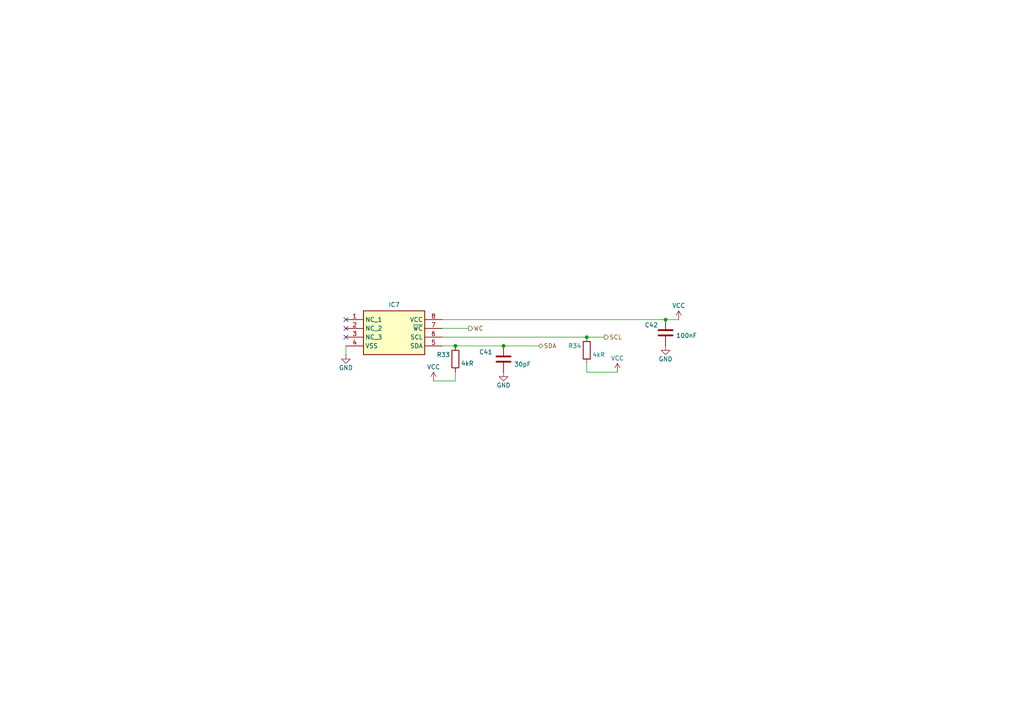
<source format=kicad_sch>
(kicad_sch (version 20250114) (generator "eeschema") (generator_version "9.0")
  (paper "A4")
  (title_block (date "2025-04-05") (rev "2.0") (company "Metropolia Motorsport") (comment 3 "ikar15012002@gmail.com") (comment 4 "Ivans Karsenieks"))
  (lib_symbols
    (symbol "Device:C" (pin_numbers (hide yes)) (pin_names (offset 0.254))
      (property "Reference" "C" (at 0.635 2.54 0))
      (property "Value" "C" (at 0.635 -2.54 0))
      (symbol "C_0_1"
        (polyline (pts (xy -2.032 0.762) (xy 2.032 0.762)) (stroke (width 0.508)))
        (polyline (pts (xy -2.032 -0.762) (xy 2.032 -0.762)) (stroke (width 0.508)))
      )
      (symbol "C_1_1"
        (pin passive line (at 0 3.81 270) (length 2.794) (name "~") (number "1"))
        (pin passive line (at 0 -3.81 90) (length 2.794) (name "~") (number "2"))
      )
    )
    (symbol "Device:R" (pin_numbers (hide yes)) (pin_names (offset 0))
      (property "Reference" "R" (at 2.032 0 90))
      (property "Value" "R" (at 0 0 90))
      (symbol "R_0_1"
        (rectangle (start -1.016 -2.54) (end 1.016 2.54) (stroke (width 0.254)))
      )
      (symbol "R_1_1"
        (pin passive line (at 0 3.81 270) (length 1.27) (name "~") (number "1"))
        (pin passive line (at 0 -3.81 90) (length 1.27) (name "~") (number "2"))
      )
    )
    (symbol "M24256E-FMN6TP:M24256E-FMN6TP"
      (property "Reference" "IC" (at 24.13 7.62 0))
      (property "Value" "M24256E-FMN6TP" (at 24.13 5.08 0))
      (symbol "M24256E-FMN6TP_1_1"
        (rectangle (start 5.08 2.54) (end 22.86 -10.16) (stroke (width 0.254)) (fill (type background)))
        (pin passive line (at 0 0 0) (length 5.08) (name "NC_1") (number "1"))
        (pin passive line (at 0 -2.54 0) (length 5.08) (name "NC_2") (number "2"))
        (pin passive line (at 0 -5.08 0) (length 5.08) (name "NC_3") (number "3"))
        (pin passive line (at 0 -7.62 0) (length 5.08) (name "VSS") (number "4"))
        (pin passive line (at 27.94 0 180) (length 5.08) (name "VCC") (number "8"))
        (pin passive line (at 27.94 -2.54 180) (length 5.08) (name "~{WC}") (number "7"))
        (pin passive line (at 27.94 -5.08 180) (length 5.08) (name "SCL") (number "6"))
        (pin passive line (at 27.94 -7.62 180) (length 5.08) (name "SDA") (number "5"))
      )
    )
    (symbol "VCC_1" (power) (pin_numbers (hide yes)) (pin_names (offset 0) (hide yes))
      (property "Value" "VCC" (at 0 3.556 0))
      (symbol "VCC_1_0_1"
        (polyline (pts (xy -0.762 1.27) (xy 0 2.54)))
        (polyline (pts (xy 0 2.54) (xy 0.762 1.27)))
        (polyline (pts (xy 0 0) (xy 0 2.54)))
      )
      (symbol "VCC_1_1_1"
        (pin power_in line (at 0 0 90) (length 0) (name "~") (number "1"))
      )
    )
    (symbol "power:GND" (power) (pin_numbers (hide yes)) (pin_names (offset 0) (hide yes))
      (property "Value" "GND" (at 0 -3.81 0))
      (symbol "GND_0_1"
        (polyline (pts (xy 0 0) (xy 0 -1.27) (xy 1.27 -1.27) (xy 0 -2.54) (xy -1.27 -1.27) (xy 0 -1.27)))
      )
      (symbol "GND_1_1"
        (pin power_in line (at 0 0 270) (length 0) (name "~") (number "1"))
      )
    )
  )
  (junction (at 170.18 97.79))
  (junction (at 193.04 92.71))
  (junction (at 132.08 100.33))
  (junction (at 146.05 100.33))
  (no_connect (at 100.33 95.25))
  (no_connect (at 100.33 97.79))
  (no_connect (at 100.33 92.71))
  (wire (pts (xy 128.27 95.25) (xy 135.89 95.25)))
  (wire (pts (xy 179.07 107.95) (xy 170.18 107.95)))
  (wire (pts (xy 100.33 100.33) (xy 100.33 102.87)))
  (wire (pts (xy 128.27 92.71) (xy 193.04 92.71)))
  (wire (pts (xy 128.27 97.79) (xy 170.18 97.79)))
  (wire (pts (xy 170.18 97.79) (xy 175.26 97.79)))
  (wire (pts (xy 132.08 110.49) (xy 132.08 107.95)))
  (wire (pts (xy 132.08 100.33) (xy 146.05 100.33)))
  (wire (pts (xy 128.27 100.33) (xy 132.08 100.33)))
  (wire (pts (xy 125.73 110.49) (xy 132.08 110.49)))
  (wire (pts (xy 196.85 92.71) (xy 193.04 92.71)))
  (wire (pts (xy 146.05 100.33) (xy 156.21 100.33)))
  (wire (pts (xy 170.18 107.95) (xy 170.18 105.41)))
  (hierarchical_label "SDA" (shape bidirectional) (at 156.21 100.33 0))
  (hierarchical_label "WC" (shape output) (at 135.89 95.25 0))
  (hierarchical_label "SCL" (shape output) (at 175.26 97.79 0))
  (symbol (lib_name "VCC_1") (lib_id "power:VCC") (at 179.07 107.95 0) (unit 1)
    (property "Reference" "#PWR0117" (effects (hide yes)))
    (property "Value" "VCC" (at 179.07 103.886 0))
    (property "Description" "Power symbol creates a global label with name \"VCC\"" (effects (hide yes)))
  )
  (symbol (lib_id "Device:C") (at 193.04 96.52 0) (unit 1)
    (property "Reference" "C42" (at 186.944 94.996 0) (effects (justify left bottom)))
    (property "Value" "100nF" (at 196.088 98.044 0) (effects (justify left bottom)))
    (property "Footprint" "Capacitor_SMD:C_0805_2012Metric_Pad1.18x1.45mm_HandSolder" (effects (hide yes)))
    (property "Description" "08055C104KAT4A" (effects (hide yes)))
    (property "HEIGHT" "0.94mm" (effects (hide yes)))
    (property "ALTIUM_VALUE" "100nF" (effects (hide yes)))
    (property "CAPACITOR TYPE" "Ceramic" (effects (hide yes)))
    (property "CASE/PACKAGE" "0805" (effects (hide yes)))
    (property "DIELECTRIC MATERIAL" "Ceramic" (effects (hide yes)))
    (property "JESD-609 CODE" "e3" (effects (hide yes)))
    (property "LENGTH" "2.01mm" (effects (hide yes)))
    (property "MAX OPERATING TEMPERATURE" "125°C" (effects (hide yes)))
    (property "MIN OPERATING TEMPERATURE" "-55°C" (effects (hide yes)))
    (property "MOUNTING TECHNOLOGY" "Surface Mount" (effects (hide yes)))
    (property "MULTILAYER" "Yes" (effects (hide yes)))
    (property "PACKAGE SHAPE" "Rectangular" (effects (hide yes)))
    (property "PACKAGE STYLE" "SMTMeter" (effects (hide yes)))
    (property "PACKAGING" "Tape and Reel" (effects (hide yes)))
    (property "PINS" "2" (effects (hide yes)))
    (property "RATED DC VOLTAGE (URDC)" "50V" (effects (hide yes)))
    (property "REACH SVHC COMPLIANT" "Yes" (effects (hide yes)))
    (property "ROHS COMPLIANT" "Yes" (effects (hide yes)))
    (property "TEMPERATURE CHARACTERISTICS CODE" "X7R" (effects (hide yes)))
    (property "TERMINAL FINISH" "Nickel" (effects (hide yes)))
    (property "TERMINATION" "Wraparound" (effects (hide yes)))
    (property "TOLERANCE  (FILL IN AS +-)" "10%" (effects (hide yes)))
    (property "TOLERANCE (FILL IN AS +-)" "10%" (effects (hide yes)))
    (property "WIDTH" "1.25mm" (effects (hide yes)))
  )
  (symbol (lib_id "M24256E-FMN6TP:M24256E-FMN6TP") (at 100.33 92.71 0) (unit 1)
    (property "Reference" "IC7" (at 114.3 88.392 0))
    (property "Value" "M24256E-FMN6TP" (effects (hide yes)))
    (property "Footprint" "Package_SO:SOIC127P600X175-8N" (effects (hide yes)))
    (property "Datasheet" "https://www.st.com/resource/en/datasheet/m24256e-f.pdf" (effects (hide yes)))
    (property "Description" "256-Kbit serial I2C bus EEPROM" (effects (hide yes)))
    (property "Height" "1.75" (effects (hide yes)))
    (property "Mouser Part Number" "511-M24256E-FMN6TP" (effects (hide yes)))
    (property "Mouser Price/Stock" "https://www.mouser.co.uk/ProductDetail/STMicroelectronics/M24256E-FMN6TP?qs=t7xnP681wgUMD%252Bi%252Bj6UDeA%3D%3D" (effects (hide yes)))
    (property "Manufacturer_Name" "STMicroelectronics" (effects (hide yes)))
    (property "Manufacturer_Part_Number" "M24256E-FMN6TP" (effects (hide yes)))
  )
  (symbol (lib_id "power:GND") (at 100.33 102.87 0) (unit 1)
    (property "Reference" "#PWR0114" (effects (hide yes)))
    (property "Value" "GND" (at 100.33 106.68 0))
    (property "Description" "Power symbol creates a global label with name \"GND\" , ground" (effects (hide yes)))
  )
  (symbol (lib_id "Device:R") (at 170.18 101.6 180) (unit 1)
    (property "Reference" "R34" (at 168.656 100.33 0) (effects (justify left)))
    (property "Value" "4kR" (at 175.514 102.87 0) (effects (justify left)))
    (property "Footprint" "Resistor_SMD:R_0805_2012Metric_Pad1.20x1.40mm_HandSolder" (effects (hide yes)))
    (property "Description" "CRCW08054K00FKTA" (effects (hide yes)))
  )
  (symbol (lib_id "Device:C") (at 146.05 104.14 0) (unit 1)
    (property "Reference" "C41" (at 138.938 102.108 0) (effects (justify left)))
    (property "Value" "30pF" (at 149.098 105.664 0) (effects (justify left)))
    (property "Footprint" "Capacitor_SMD:C_0805_2012Metric_Pad1.18x1.45mm_HandSolder" (effects (hide yes)))
    (property "Description" "C0805C300K5RACAUTO" (effects (hide yes)))
  )
  (symbol (lib_name "VCC_1") (lib_id "power:VCC") (at 196.85 92.71 0) (unit 1)
    (property "Reference" "#PWR0119" (effects (hide yes)))
    (property "Value" "VCC" (at 196.85 88.646 0))
    (property "Description" "Power symbol creates a global label with name \"VCC\"" (effects (hide yes)))
  )
  (symbol (lib_id "power:GND") (at 193.04 100.33 0) (unit 1)
    (property "Reference" "#PWR0118" (effects (hide yes)))
    (property "Value" "GND" (at 193.04 104.14 0))
    (property "Description" "Power symbol creates a global label with name \"GND\" , ground" (effects (hide yes)))
  )
  (symbol (lib_id "power:GND") (at 146.05 107.95 0) (unit 1)
    (property "Reference" "#PWR0116" (effects (hide yes)))
    (property "Value" "GND" (at 146.05 111.76 0))
    (property "Description" "Power symbol creates a global label with name \"GND\" , ground" (effects (hide yes)))
  )
  (symbol (lib_name "VCC_1") (lib_id "power:VCC") (at 125.73 110.49 0) (unit 1)
    (property "Reference" "#PWR0115" (effects (hide yes)))
    (property "Value" "VCC" (at 125.73 106.426 0))
    (property "Description" "Power symbol creates a global label with name \"VCC\"" (effects (hide yes)))
  )
  (symbol (lib_id "Device:R") (at 132.08 104.14 180) (unit 1)
    (property "Reference" "R33" (at 130.556 102.87 0) (effects (justify left)))
    (property "Value" "4kR" (at 137.414 105.41 0) (effects (justify left)))
    (property "Footprint" "Resistor_SMD:R_0805_2012Metric_Pad1.20x1.40mm_HandSolder" (effects (hide yes)))
    (property "Description" "CRCW08054K00FKTA" (effects (hide yes)))
  )
)
</source>
